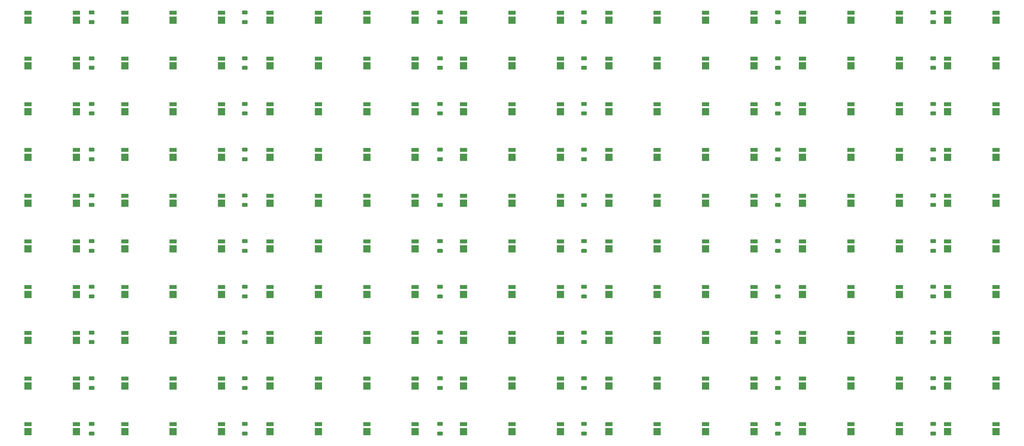
<source format=gbr>
%TF.GenerationSoftware,KiCad,Pcbnew,(6.0.7)*%
%TF.CreationDate,2023-02-06T13:38:00+00:00*%
%TF.ProjectId,Dayspring_P,44617973-7072-4696-9e67-5f502e6b6963,rev?*%
%TF.SameCoordinates,Original*%
%TF.FileFunction,Paste,Top*%
%TF.FilePolarity,Positive*%
%FSLAX46Y46*%
G04 Gerber Fmt 4.6, Leading zero omitted, Abs format (unit mm)*
G04 Created by KiCad (PCBNEW (6.0.7)) date 2023-02-06 13:38:00*
%MOMM*%
%LPD*%
G01*
G04 APERTURE LIST*
G04 Aperture macros list*
%AMRoundRect*
0 Rectangle with rounded corners*
0 $1 Rounding radius*
0 $2 $3 $4 $5 $6 $7 $8 $9 X,Y pos of 4 corners*
0 Add a 4 corners polygon primitive as box body*
4,1,4,$2,$3,$4,$5,$6,$7,$8,$9,$2,$3,0*
0 Add four circle primitives for the rounded corners*
1,1,$1+$1,$2,$3*
1,1,$1+$1,$4,$5*
1,1,$1+$1,$6,$7*
1,1,$1+$1,$8,$9*
0 Add four rect primitives between the rounded corners*
20,1,$1+$1,$2,$3,$4,$5,0*
20,1,$1+$1,$4,$5,$6,$7,0*
20,1,$1+$1,$6,$7,$8,$9,0*
20,1,$1+$1,$8,$9,$2,$3,0*%
G04 Aperture macros list end*
%ADD10R,2.200000X2.200000*%
%ADD11R,2.200000X1.250000*%
%ADD12RoundRect,0.250000X0.625000X-0.312500X0.625000X0.312500X-0.625000X0.312500X-0.625000X-0.312500X0*%
G04 APERTURE END LIST*
D10*
%TO.C,D12*%
X273600000Y-130400008D03*
D11*
X273600000Y-128125008D03*
%TD*%
D10*
%TO.C,D17*%
X199600000Y-32400001D03*
D11*
X199600000Y-30125001D03*
%TD*%
D10*
%TO.C,D1*%
X22000000Y-46400002D03*
D11*
X22000000Y-44125002D03*
%TD*%
D10*
%TO.C,D7*%
X51600000Y-158400010D03*
D11*
X51600000Y-156125010D03*
%TD*%
D10*
%TO.C,D20*%
X214400000Y-46400002D03*
D11*
X214400000Y-44125002D03*
%TD*%
D10*
%TO.C,D16*%
X96000000Y-88400005D03*
D11*
X96000000Y-86125005D03*
%TD*%
D10*
%TO.C,D18*%
X303200000Y-144400009D03*
D11*
X303200000Y-142125009D03*
%TD*%
D10*
%TO.C,D14*%
X184800000Y-116400007D03*
D11*
X184800000Y-114125007D03*
%TD*%
D10*
%TO.C,D15*%
X288400000Y-130400008D03*
D11*
X288400000Y-128125008D03*
%TD*%
D10*
%TO.C,D11*%
X170000000Y-102400006D03*
D11*
X170000000Y-100125006D03*
%TD*%
D10*
%TO.C,D12*%
X273600000Y-32400001D03*
D11*
X273600000Y-30125001D03*
%TD*%
D10*
%TO.C,D12*%
X273600000Y-116400007D03*
D11*
X273600000Y-114125007D03*
%TD*%
D10*
%TO.C,D6*%
X244000000Y-158400010D03*
D11*
X244000000Y-156125010D03*
%TD*%
D10*
%TO.C,D16*%
X96000000Y-60400003D03*
D11*
X96000000Y-58125003D03*
%TD*%
D10*
%TO.C,D4*%
X36800000Y-74400004D03*
D11*
X36800000Y-72125004D03*
%TD*%
D10*
%TO.C,D8*%
X155200000Y-130400008D03*
D11*
X155200000Y-128125008D03*
%TD*%
D10*
%TO.C,D2*%
X125600000Y-74400004D03*
D11*
X125600000Y-72125004D03*
%TD*%
D10*
%TO.C,D9*%
X258800000Y-46400002D03*
D11*
X258800000Y-44125002D03*
%TD*%
D12*
%TO.C,R3*%
X148000000Y-102962506D03*
X148000000Y-100037506D03*
%TD*%
%TO.C,R4*%
X298750000Y-32962501D03*
X298750000Y-30037501D03*
%TD*%
D10*
%TO.C,D8*%
X155200000Y-60400003D03*
D11*
X155200000Y-58125003D03*
%TD*%
D10*
%TO.C,D11*%
X170000000Y-32400001D03*
D11*
X170000000Y-30125001D03*
%TD*%
D10*
%TO.C,D4*%
X36800000Y-88400005D03*
D11*
X36800000Y-86125005D03*
%TD*%
D12*
%TO.C,R2*%
X251250000Y-158962510D03*
X251250000Y-156037510D03*
%TD*%
D10*
%TO.C,D1*%
X22000000Y-144400009D03*
D11*
X22000000Y-142125009D03*
%TD*%
D10*
%TO.C,D3*%
X229200000Y-74400004D03*
D11*
X229200000Y-72125004D03*
%TD*%
D10*
%TO.C,D3*%
X229200000Y-130400008D03*
D11*
X229200000Y-128125008D03*
%TD*%
D10*
%TO.C,D18*%
X303200000Y-46400002D03*
D11*
X303200000Y-44125002D03*
%TD*%
D10*
%TO.C,D12*%
X273600000Y-46400002D03*
D11*
X273600000Y-44125002D03*
%TD*%
D10*
%TO.C,D1*%
X22000000Y-116400007D03*
D11*
X22000000Y-114125007D03*
%TD*%
D10*
%TO.C,D6*%
X244000000Y-32400001D03*
D11*
X244000000Y-30125001D03*
%TD*%
D10*
%TO.C,D19*%
X110800000Y-60400003D03*
D11*
X110800000Y-58125003D03*
%TD*%
D12*
%TO.C,R3*%
X148000000Y-158962510D03*
X148000000Y-156037510D03*
%TD*%
D10*
%TO.C,D4*%
X36800000Y-116400007D03*
D11*
X36800000Y-114125007D03*
%TD*%
D10*
%TO.C,D10*%
X66400000Y-88400005D03*
D11*
X66400000Y-86125005D03*
%TD*%
D10*
%TO.C,D5*%
X140400000Y-32400001D03*
D11*
X140400000Y-30125001D03*
%TD*%
D10*
%TO.C,D16*%
X96000000Y-158400010D03*
D11*
X96000000Y-156125010D03*
%TD*%
D10*
%TO.C,D3*%
X229200000Y-144400009D03*
D11*
X229200000Y-142125009D03*
%TD*%
D12*
%TO.C,R2*%
X251250000Y-116962507D03*
X251250000Y-114037507D03*
%TD*%
D10*
%TO.C,D1*%
X22000000Y-32400001D03*
D11*
X22000000Y-30125001D03*
%TD*%
D10*
%TO.C,D3*%
X229200000Y-158400010D03*
D11*
X229200000Y-156125010D03*
%TD*%
D10*
%TO.C,D3*%
X229200000Y-32400001D03*
D11*
X229200000Y-30125001D03*
%TD*%
D10*
%TO.C,D19*%
X110800000Y-74400004D03*
D11*
X110800000Y-72125004D03*
%TD*%
D12*
%TO.C,R1*%
X41500000Y-116962507D03*
X41500000Y-114037507D03*
%TD*%
D10*
%TO.C,D11*%
X170000000Y-60400003D03*
D11*
X170000000Y-58125003D03*
%TD*%
D12*
%TO.C,R2*%
X251250000Y-88962505D03*
X251250000Y-86037505D03*
%TD*%
D10*
%TO.C,D16*%
X96000000Y-46400002D03*
D11*
X96000000Y-44125002D03*
%TD*%
D10*
%TO.C,D19*%
X110800000Y-102400006D03*
D11*
X110800000Y-100125006D03*
%TD*%
D12*
%TO.C,R3*%
X148000000Y-46962502D03*
X148000000Y-44037502D03*
%TD*%
D10*
%TO.C,D7*%
X51600000Y-116400007D03*
D11*
X51600000Y-114125007D03*
%TD*%
D10*
%TO.C,D5*%
X140400000Y-74400004D03*
D11*
X140400000Y-72125004D03*
%TD*%
D10*
%TO.C,D4*%
X36800000Y-144400009D03*
D11*
X36800000Y-142125009D03*
%TD*%
D10*
%TO.C,D21*%
X318000000Y-74400004D03*
D11*
X318000000Y-72125004D03*
%TD*%
D12*
%TO.C,R5*%
X88250000Y-144962509D03*
X88250000Y-142037509D03*
%TD*%
%TO.C,R6*%
X192000000Y-158962510D03*
X192000000Y-156037510D03*
%TD*%
%TO.C,R2*%
X251250000Y-144962509D03*
X251250000Y-142037509D03*
%TD*%
%TO.C,R4*%
X298750000Y-102962506D03*
X298750000Y-100037506D03*
%TD*%
%TO.C,R1*%
X41500000Y-130962508D03*
X41500000Y-128037508D03*
%TD*%
%TO.C,R2*%
X251250000Y-102962506D03*
X251250000Y-100037506D03*
%TD*%
%TO.C,R4*%
X298750000Y-74962504D03*
X298750000Y-72037504D03*
%TD*%
D10*
%TO.C,D5*%
X140400000Y-102400006D03*
D11*
X140400000Y-100125006D03*
%TD*%
D10*
%TO.C,D2*%
X125600000Y-46400002D03*
D11*
X125600000Y-44125002D03*
%TD*%
D12*
%TO.C,R3*%
X148000000Y-144962509D03*
X148000000Y-142037509D03*
%TD*%
D10*
%TO.C,D17*%
X199600000Y-60400003D03*
D11*
X199600000Y-58125003D03*
%TD*%
D10*
%TO.C,D2*%
X125600000Y-158400010D03*
D11*
X125600000Y-156125010D03*
%TD*%
D10*
%TO.C,D7*%
X51600000Y-46400002D03*
D11*
X51600000Y-44125002D03*
%TD*%
D10*
%TO.C,D10*%
X66400000Y-130400008D03*
D11*
X66400000Y-128125008D03*
%TD*%
D10*
%TO.C,D20*%
X214400000Y-102400006D03*
D11*
X214400000Y-100125006D03*
%TD*%
D10*
%TO.C,D3*%
X229200000Y-116400007D03*
D11*
X229200000Y-114125007D03*
%TD*%
D10*
%TO.C,D19*%
X110800000Y-88400005D03*
D11*
X110800000Y-86125005D03*
%TD*%
D12*
%TO.C,R6*%
X192000000Y-144962509D03*
X192000000Y-142037509D03*
%TD*%
D10*
%TO.C,D7*%
X51600000Y-60400003D03*
D11*
X51600000Y-58125003D03*
%TD*%
D10*
%TO.C,D18*%
X303200000Y-74400004D03*
D11*
X303200000Y-72125004D03*
%TD*%
D10*
%TO.C,D1*%
X22000000Y-158400010D03*
D11*
X22000000Y-156125010D03*
%TD*%
D10*
%TO.C,D1*%
X22000000Y-60400003D03*
D11*
X22000000Y-58125003D03*
%TD*%
D10*
%TO.C,D21*%
X318000000Y-60400003D03*
D11*
X318000000Y-58125003D03*
%TD*%
D10*
%TO.C,D6*%
X244000000Y-144400009D03*
D11*
X244000000Y-142125009D03*
%TD*%
D12*
%TO.C,R5*%
X88250000Y-130962508D03*
X88250000Y-128037508D03*
%TD*%
%TO.C,R3*%
X148000000Y-32962501D03*
X148000000Y-30037501D03*
%TD*%
D10*
%TO.C,D15*%
X288400000Y-102400006D03*
D11*
X288400000Y-100125006D03*
%TD*%
D10*
%TO.C,D9*%
X258800000Y-158400010D03*
D11*
X258800000Y-156125010D03*
%TD*%
D10*
%TO.C,D13*%
X81200000Y-32400001D03*
D11*
X81200000Y-30125001D03*
%TD*%
D12*
%TO.C,R1*%
X41500000Y-60962503D03*
X41500000Y-58037503D03*
%TD*%
%TO.C,R2*%
X251250000Y-60962503D03*
X251250000Y-58037503D03*
%TD*%
D10*
%TO.C,D18*%
X303200000Y-102400006D03*
D11*
X303200000Y-100125006D03*
%TD*%
D10*
%TO.C,D6*%
X244000000Y-74400004D03*
D11*
X244000000Y-72125004D03*
%TD*%
D10*
%TO.C,D10*%
X66400000Y-144400009D03*
D11*
X66400000Y-142125009D03*
%TD*%
D10*
%TO.C,D14*%
X184800000Y-32400001D03*
D11*
X184800000Y-30125001D03*
%TD*%
D10*
%TO.C,D20*%
X214400000Y-158400010D03*
D11*
X214400000Y-156125010D03*
%TD*%
D10*
%TO.C,D11*%
X170000000Y-158400010D03*
D11*
X170000000Y-156125010D03*
%TD*%
D12*
%TO.C,R6*%
X192000000Y-102962506D03*
X192000000Y-100037506D03*
%TD*%
D10*
%TO.C,D21*%
X318000000Y-158400010D03*
D11*
X318000000Y-156125010D03*
%TD*%
D10*
%TO.C,D21*%
X318000000Y-130400008D03*
D11*
X318000000Y-128125008D03*
%TD*%
D10*
%TO.C,D4*%
X36800000Y-32400001D03*
D11*
X36800000Y-30125001D03*
%TD*%
D10*
%TO.C,D10*%
X66400000Y-32400001D03*
D11*
X66400000Y-30125001D03*
%TD*%
D10*
%TO.C,D8*%
X155200000Y-144400009D03*
D11*
X155200000Y-142125009D03*
%TD*%
D10*
%TO.C,D10*%
X66400000Y-60400003D03*
D11*
X66400000Y-58125003D03*
%TD*%
D10*
%TO.C,D17*%
X199600000Y-102400006D03*
D11*
X199600000Y-100125006D03*
%TD*%
D10*
%TO.C,D13*%
X81200000Y-60400003D03*
D11*
X81200000Y-58125003D03*
%TD*%
D10*
%TO.C,D10*%
X66400000Y-74400004D03*
D11*
X66400000Y-72125004D03*
%TD*%
D10*
%TO.C,D9*%
X258800000Y-88400005D03*
D11*
X258800000Y-86125005D03*
%TD*%
D10*
%TO.C,D15*%
X288400000Y-88400005D03*
D11*
X288400000Y-86125005D03*
%TD*%
D12*
%TO.C,R6*%
X192000000Y-130962508D03*
X192000000Y-128037508D03*
%TD*%
D10*
%TO.C,D19*%
X110800000Y-144400009D03*
D11*
X110800000Y-142125009D03*
%TD*%
D10*
%TO.C,D13*%
X81200000Y-46400002D03*
D11*
X81200000Y-44125002D03*
%TD*%
D10*
%TO.C,D15*%
X288400000Y-116400007D03*
D11*
X288400000Y-114125007D03*
%TD*%
D10*
%TO.C,D20*%
X214400000Y-74400004D03*
D11*
X214400000Y-72125004D03*
%TD*%
D10*
%TO.C,D16*%
X96000000Y-102400006D03*
D11*
X96000000Y-100125006D03*
%TD*%
D10*
%TO.C,D12*%
X273600000Y-74400004D03*
D11*
X273600000Y-72125004D03*
%TD*%
D10*
%TO.C,D17*%
X199600000Y-144400009D03*
D11*
X199600000Y-142125009D03*
%TD*%
D10*
%TO.C,D11*%
X170000000Y-88400005D03*
D11*
X170000000Y-86125005D03*
%TD*%
D10*
%TO.C,D14*%
X184800000Y-102400006D03*
D11*
X184800000Y-100125006D03*
%TD*%
D10*
%TO.C,D4*%
X36800000Y-46400002D03*
D11*
X36800000Y-44125002D03*
%TD*%
D10*
%TO.C,D14*%
X184800000Y-74400004D03*
D11*
X184800000Y-72125004D03*
%TD*%
D10*
%TO.C,D12*%
X273600000Y-158400010D03*
D11*
X273600000Y-156125010D03*
%TD*%
D12*
%TO.C,R2*%
X251250000Y-74962504D03*
X251250000Y-72037504D03*
%TD*%
%TO.C,R4*%
X298750000Y-158962510D03*
X298750000Y-156037510D03*
%TD*%
D10*
%TO.C,D2*%
X125600000Y-88400005D03*
D11*
X125600000Y-86125005D03*
%TD*%
D10*
%TO.C,D6*%
X244000000Y-46400002D03*
D11*
X244000000Y-44125002D03*
%TD*%
D10*
%TO.C,D1*%
X22000000Y-74400004D03*
D11*
X22000000Y-72125004D03*
%TD*%
D10*
%TO.C,D15*%
X288400000Y-60400003D03*
D11*
X288400000Y-58125003D03*
%TD*%
D10*
%TO.C,D2*%
X125600000Y-60400003D03*
D11*
X125600000Y-58125003D03*
%TD*%
D12*
%TO.C,R2*%
X251250000Y-46962502D03*
X251250000Y-44037502D03*
%TD*%
D10*
%TO.C,D20*%
X214400000Y-60400003D03*
D11*
X214400000Y-58125003D03*
%TD*%
D10*
%TO.C,D5*%
X140400000Y-130400008D03*
D11*
X140400000Y-128125008D03*
%TD*%
D10*
%TO.C,D8*%
X155200000Y-102400006D03*
D11*
X155200000Y-100125006D03*
%TD*%
D12*
%TO.C,R1*%
X41500000Y-158962510D03*
X41500000Y-156037510D03*
%TD*%
D10*
%TO.C,D13*%
X81200000Y-144400009D03*
D11*
X81200000Y-142125009D03*
%TD*%
D12*
%TO.C,R3*%
X148000000Y-60962503D03*
X148000000Y-58037503D03*
%TD*%
D10*
%TO.C,D13*%
X81200000Y-88400005D03*
D11*
X81200000Y-86125005D03*
%TD*%
D10*
%TO.C,D6*%
X244000000Y-60400003D03*
D11*
X244000000Y-58125003D03*
%TD*%
D10*
%TO.C,D5*%
X140400000Y-158400010D03*
D11*
X140400000Y-156125010D03*
%TD*%
D10*
%TO.C,D18*%
X303200000Y-88400005D03*
D11*
X303200000Y-86125005D03*
%TD*%
D10*
%TO.C,D1*%
X22000000Y-88400005D03*
D11*
X22000000Y-86125005D03*
%TD*%
D12*
%TO.C,R3*%
X148000000Y-130962508D03*
X148000000Y-128037508D03*
%TD*%
D10*
%TO.C,D11*%
X170000000Y-130400008D03*
D11*
X170000000Y-128125008D03*
%TD*%
D12*
%TO.C,R6*%
X192000000Y-60962503D03*
X192000000Y-58037503D03*
%TD*%
D10*
%TO.C,D7*%
X51600000Y-144400009D03*
D11*
X51600000Y-142125009D03*
%TD*%
D12*
%TO.C,R6*%
X192000000Y-74962504D03*
X192000000Y-72037504D03*
%TD*%
D10*
%TO.C,D1*%
X22000000Y-130400008D03*
D11*
X22000000Y-128125008D03*
%TD*%
D10*
%TO.C,D16*%
X96000000Y-144400009D03*
D11*
X96000000Y-142125009D03*
%TD*%
D12*
%TO.C,R4*%
X298750000Y-46962502D03*
X298750000Y-44037502D03*
%TD*%
D10*
%TO.C,D15*%
X288400000Y-46400002D03*
D11*
X288400000Y-44125002D03*
%TD*%
D10*
%TO.C,D9*%
X258800000Y-74400004D03*
D11*
X258800000Y-72125004D03*
%TD*%
D10*
%TO.C,D20*%
X214400000Y-88400005D03*
D11*
X214400000Y-86125005D03*
%TD*%
D10*
%TO.C,D10*%
X66400000Y-158400010D03*
D11*
X66400000Y-156125010D03*
%TD*%
D10*
%TO.C,D21*%
X318000000Y-116400007D03*
D11*
X318000000Y-114125007D03*
%TD*%
D10*
%TO.C,D12*%
X273600000Y-60400003D03*
D11*
X273600000Y-58125003D03*
%TD*%
D10*
%TO.C,D21*%
X318000000Y-88400005D03*
D11*
X318000000Y-86125005D03*
%TD*%
D12*
%TO.C,R5*%
X88250000Y-46962502D03*
X88250000Y-44037502D03*
%TD*%
D10*
%TO.C,D7*%
X51600000Y-102400006D03*
D11*
X51600000Y-100125006D03*
%TD*%
D10*
%TO.C,D5*%
X140400000Y-144400009D03*
D11*
X140400000Y-142125009D03*
%TD*%
D10*
%TO.C,D3*%
X229200000Y-102400006D03*
D11*
X229200000Y-100125006D03*
%TD*%
D12*
%TO.C,R5*%
X88250000Y-32962501D03*
X88250000Y-30037501D03*
%TD*%
%TO.C,R4*%
X298750000Y-130962508D03*
X298750000Y-128037508D03*
%TD*%
D10*
%TO.C,D17*%
X199600000Y-88400005D03*
D11*
X199600000Y-86125005D03*
%TD*%
D12*
%TO.C,R6*%
X192000000Y-116962507D03*
X192000000Y-114037507D03*
%TD*%
D10*
%TO.C,D5*%
X140400000Y-116400007D03*
D11*
X140400000Y-114125007D03*
%TD*%
D10*
%TO.C,D17*%
X199600000Y-74400004D03*
D11*
X199600000Y-72125004D03*
%TD*%
D10*
%TO.C,D11*%
X170000000Y-46400002D03*
D11*
X170000000Y-44125002D03*
%TD*%
D10*
%TO.C,D6*%
X244000000Y-130400008D03*
D11*
X244000000Y-128125008D03*
%TD*%
D10*
%TO.C,D16*%
X96000000Y-116400007D03*
D11*
X96000000Y-114125007D03*
%TD*%
D10*
%TO.C,D15*%
X288400000Y-32400001D03*
D11*
X288400000Y-30125001D03*
%TD*%
D10*
%TO.C,D14*%
X184800000Y-88400005D03*
D11*
X184800000Y-86125005D03*
%TD*%
D10*
%TO.C,D19*%
X110800000Y-46400002D03*
D11*
X110800000Y-44125002D03*
%TD*%
D10*
%TO.C,D13*%
X81200000Y-74400004D03*
D11*
X81200000Y-72125004D03*
%TD*%
D10*
%TO.C,D15*%
X288400000Y-144400009D03*
D11*
X288400000Y-142125009D03*
%TD*%
D10*
%TO.C,D16*%
X96000000Y-130400008D03*
D11*
X96000000Y-128125008D03*
%TD*%
D10*
%TO.C,D19*%
X110800000Y-158400010D03*
D11*
X110800000Y-156125010D03*
%TD*%
D12*
%TO.C,R1*%
X41500000Y-144962509D03*
X41500000Y-142037509D03*
%TD*%
D10*
%TO.C,D2*%
X125600000Y-144400009D03*
D11*
X125600000Y-142125009D03*
%TD*%
D10*
%TO.C,D3*%
X229200000Y-88400005D03*
D11*
X229200000Y-86125005D03*
%TD*%
D10*
%TO.C,D17*%
X199600000Y-46400002D03*
D11*
X199600000Y-44125002D03*
%TD*%
D10*
%TO.C,D4*%
X36800000Y-102400006D03*
D11*
X36800000Y-100125006D03*
%TD*%
D10*
%TO.C,D8*%
X155200000Y-46400002D03*
D11*
X155200000Y-44125002D03*
%TD*%
D10*
%TO.C,D17*%
X199600000Y-158400010D03*
D11*
X199600000Y-156125010D03*
%TD*%
D10*
%TO.C,D10*%
X66400000Y-102400006D03*
D11*
X66400000Y-100125006D03*
%TD*%
D10*
%TO.C,D15*%
X288400000Y-158400010D03*
D11*
X288400000Y-156125010D03*
%TD*%
D10*
%TO.C,D21*%
X318000000Y-46400002D03*
D11*
X318000000Y-44125002D03*
%TD*%
D10*
%TO.C,D18*%
X303200000Y-32400001D03*
D11*
X303200000Y-30125001D03*
%TD*%
D10*
%TO.C,D1*%
X22000000Y-102400006D03*
D11*
X22000000Y-100125006D03*
%TD*%
D10*
%TO.C,D12*%
X273600000Y-102400006D03*
D11*
X273600000Y-100125006D03*
%TD*%
D10*
%TO.C,D19*%
X110800000Y-32400001D03*
D11*
X110800000Y-30125001D03*
%TD*%
D10*
%TO.C,D14*%
X184800000Y-130400008D03*
D11*
X184800000Y-128125008D03*
%TD*%
D10*
%TO.C,D13*%
X81200000Y-116400007D03*
D11*
X81200000Y-114125007D03*
%TD*%
D12*
%TO.C,R6*%
X192000000Y-88962505D03*
X192000000Y-86037505D03*
%TD*%
D10*
%TO.C,D4*%
X36800000Y-130400008D03*
D11*
X36800000Y-128125008D03*
%TD*%
D10*
%TO.C,D6*%
X244000000Y-116400007D03*
D11*
X244000000Y-114125007D03*
%TD*%
D10*
%TO.C,D14*%
X184800000Y-46400002D03*
D11*
X184800000Y-44125002D03*
%TD*%
D12*
%TO.C,R4*%
X298750000Y-60962503D03*
X298750000Y-58037503D03*
%TD*%
%TO.C,R1*%
X41500000Y-88962505D03*
X41500000Y-86037505D03*
%TD*%
D10*
%TO.C,D14*%
X184800000Y-60400003D03*
D11*
X184800000Y-58125003D03*
%TD*%
D10*
%TO.C,D7*%
X51600000Y-32400001D03*
D11*
X51600000Y-30125001D03*
%TD*%
D10*
%TO.C,D6*%
X244000000Y-102400006D03*
D11*
X244000000Y-100125006D03*
%TD*%
D12*
%TO.C,R1*%
X41500000Y-102962506D03*
X41500000Y-100037506D03*
%TD*%
D10*
%TO.C,D18*%
X303200000Y-130400008D03*
D11*
X303200000Y-128125008D03*
%TD*%
D10*
%TO.C,D11*%
X170000000Y-144400009D03*
D11*
X170000000Y-142125009D03*
%TD*%
D10*
%TO.C,D9*%
X258800000Y-116400007D03*
D11*
X258800000Y-114125007D03*
%TD*%
D12*
%TO.C,R5*%
X88250000Y-158962510D03*
X88250000Y-156037510D03*
%TD*%
D10*
%TO.C,D16*%
X96000000Y-32400001D03*
D11*
X96000000Y-30125001D03*
%TD*%
D12*
%TO.C,R5*%
X88250000Y-116962507D03*
X88250000Y-114037507D03*
%TD*%
D10*
%TO.C,D9*%
X258800000Y-32400001D03*
D11*
X258800000Y-30125001D03*
%TD*%
D10*
%TO.C,D21*%
X318000000Y-144400009D03*
D11*
X318000000Y-142125009D03*
%TD*%
D10*
%TO.C,D13*%
X81200000Y-130400008D03*
D11*
X81200000Y-128125008D03*
%TD*%
D10*
%TO.C,D18*%
X303200000Y-116400007D03*
D11*
X303200000Y-114125007D03*
%TD*%
D10*
%TO.C,D10*%
X66400000Y-46400002D03*
D11*
X66400000Y-44125002D03*
%TD*%
D10*
%TO.C,D20*%
X214400000Y-144400009D03*
D11*
X214400000Y-142125009D03*
%TD*%
D10*
%TO.C,D19*%
X110800000Y-130400008D03*
D11*
X110800000Y-128125008D03*
%TD*%
D12*
%TO.C,R5*%
X88250000Y-102962506D03*
X88250000Y-100037506D03*
%TD*%
D10*
%TO.C,D3*%
X229200000Y-60400003D03*
D11*
X229200000Y-58125003D03*
%TD*%
D10*
%TO.C,D14*%
X184800000Y-158400010D03*
D11*
X184800000Y-156125010D03*
%TD*%
D12*
%TO.C,R6*%
X192000000Y-46962502D03*
X192000000Y-44037502D03*
%TD*%
%TO.C,R3*%
X148000000Y-74962504D03*
X148000000Y-72037504D03*
%TD*%
D10*
%TO.C,D12*%
X273600000Y-144400009D03*
D11*
X273600000Y-142125009D03*
%TD*%
D10*
%TO.C,D18*%
X303200000Y-60400003D03*
D11*
X303200000Y-58125003D03*
%TD*%
D12*
%TO.C,R3*%
X148000000Y-116962507D03*
X148000000Y-114037507D03*
%TD*%
D10*
%TO.C,D6*%
X244000000Y-88400005D03*
D11*
X244000000Y-86125005D03*
%TD*%
D10*
%TO.C,D20*%
X214400000Y-32400001D03*
D11*
X214400000Y-30125001D03*
%TD*%
D12*
%TO.C,R4*%
X298750000Y-116962507D03*
X298750000Y-114037507D03*
%TD*%
D10*
%TO.C,D13*%
X81200000Y-102400006D03*
D11*
X81200000Y-100125006D03*
%TD*%
D12*
%TO.C,R2*%
X251250000Y-32962501D03*
X251250000Y-30037501D03*
%TD*%
D10*
%TO.C,D15*%
X288400000Y-74400004D03*
D11*
X288400000Y-72125004D03*
%TD*%
D12*
%TO.C,R4*%
X298750000Y-144962509D03*
X298750000Y-142037509D03*
%TD*%
D10*
%TO.C,D21*%
X318000000Y-32400001D03*
D11*
X318000000Y-30125001D03*
%TD*%
D10*
%TO.C,D2*%
X125600000Y-102400006D03*
D11*
X125600000Y-100125006D03*
%TD*%
D10*
%TO.C,D19*%
X110800000Y-116400007D03*
D11*
X110800000Y-114125007D03*
%TD*%
D12*
%TO.C,R5*%
X88250000Y-60962503D03*
X88250000Y-58037503D03*
%TD*%
%TO.C,R5*%
X88250000Y-74962504D03*
X88250000Y-72037504D03*
%TD*%
%TO.C,R3*%
X148000000Y-88962505D03*
X148000000Y-86037505D03*
%TD*%
D10*
%TO.C,D17*%
X199600000Y-130400008D03*
D11*
X199600000Y-128125008D03*
%TD*%
D10*
%TO.C,D7*%
X51600000Y-130400008D03*
D11*
X51600000Y-128125008D03*
%TD*%
D10*
%TO.C,D20*%
X214400000Y-116400007D03*
D11*
X214400000Y-114125007D03*
%TD*%
D10*
%TO.C,D8*%
X155200000Y-116400007D03*
D11*
X155200000Y-114125007D03*
%TD*%
D10*
%TO.C,D20*%
X214400000Y-130400008D03*
D11*
X214400000Y-128125008D03*
%TD*%
D10*
%TO.C,D14*%
X184800000Y-144400009D03*
D11*
X184800000Y-142125009D03*
%TD*%
D10*
%TO.C,D9*%
X258800000Y-130400008D03*
D11*
X258800000Y-128125008D03*
%TD*%
D10*
%TO.C,D4*%
X36800000Y-158400010D03*
D11*
X36800000Y-156125010D03*
%TD*%
D12*
%TO.C,R4*%
X298750000Y-88962505D03*
X298750000Y-86037505D03*
%TD*%
D10*
%TO.C,D18*%
X303200000Y-158400010D03*
D11*
X303200000Y-156125010D03*
%TD*%
D10*
%TO.C,D10*%
X66400000Y-116400007D03*
D11*
X66400000Y-114125007D03*
%TD*%
D10*
%TO.C,D8*%
X155200000Y-158400010D03*
D11*
X155200000Y-156125010D03*
%TD*%
D12*
%TO.C,R2*%
X251250000Y-130962508D03*
X251250000Y-128037508D03*
%TD*%
D10*
%TO.C,D11*%
X170000000Y-116400007D03*
D11*
X170000000Y-114125007D03*
%TD*%
D10*
%TO.C,D9*%
X258800000Y-60400003D03*
D11*
X258800000Y-58125003D03*
%TD*%
D10*
%TO.C,D5*%
X140400000Y-60400003D03*
D11*
X140400000Y-58125003D03*
%TD*%
D10*
%TO.C,D9*%
X258800000Y-144400009D03*
D11*
X258800000Y-142125009D03*
%TD*%
D10*
%TO.C,D5*%
X140400000Y-46400002D03*
D11*
X140400000Y-44125002D03*
%TD*%
D10*
%TO.C,D3*%
X229200000Y-46400002D03*
D11*
X229200000Y-44125002D03*
%TD*%
D10*
%TO.C,D12*%
X273600000Y-88400005D03*
D11*
X273600000Y-86125005D03*
%TD*%
D12*
%TO.C,R6*%
X192000000Y-32962501D03*
X192000000Y-30037501D03*
%TD*%
D10*
%TO.C,D7*%
X51600000Y-88400005D03*
D11*
X51600000Y-86125005D03*
%TD*%
D10*
%TO.C,D17*%
X199600000Y-116400007D03*
D11*
X199600000Y-114125007D03*
%TD*%
D10*
%TO.C,D13*%
X81200000Y-158400010D03*
D11*
X81200000Y-156125010D03*
%TD*%
D10*
%TO.C,D5*%
X140400000Y-88400005D03*
D11*
X140400000Y-86125005D03*
%TD*%
D10*
%TO.C,D2*%
X125600000Y-32400001D03*
D11*
X125600000Y-30125001D03*
%TD*%
D12*
%TO.C,R1*%
X41500000Y-46962502D03*
X41500000Y-44037502D03*
%TD*%
D10*
%TO.C,D2*%
X125600000Y-130400008D03*
D11*
X125600000Y-128125008D03*
%TD*%
D10*
%TO.C,D9*%
X258800000Y-102400006D03*
D11*
X258800000Y-100125006D03*
%TD*%
D12*
%TO.C,R5*%
X88250000Y-88962505D03*
X88250000Y-86037505D03*
%TD*%
D10*
%TO.C,D4*%
X36800000Y-60400003D03*
D11*
X36800000Y-58125003D03*
%TD*%
D12*
%TO.C,R1*%
X41500000Y-32962501D03*
X41500000Y-30037501D03*
%TD*%
D10*
%TO.C,D21*%
X318000000Y-102400006D03*
D11*
X318000000Y-100125006D03*
%TD*%
D10*
%TO.C,D8*%
X155200000Y-88400005D03*
D11*
X155200000Y-86125005D03*
%TD*%
D10*
%TO.C,D11*%
X170000000Y-74400004D03*
D11*
X170000000Y-72125004D03*
%TD*%
D12*
%TO.C,R1*%
X41500000Y-74962504D03*
X41500000Y-72037504D03*
%TD*%
D10*
%TO.C,D2*%
X125600000Y-116400007D03*
D11*
X125600000Y-114125007D03*
%TD*%
D10*
%TO.C,D8*%
X155200000Y-74400004D03*
D11*
X155200000Y-72125004D03*
%TD*%
D10*
%TO.C,D16*%
X96000000Y-74400004D03*
D11*
X96000000Y-72125004D03*
%TD*%
D10*
%TO.C,D8*%
X155200000Y-32400001D03*
D11*
X155200000Y-30125001D03*
%TD*%
D10*
%TO.C,D7*%
X51600000Y-74400004D03*
D11*
X51600000Y-72125004D03*
%TD*%
M02*

</source>
